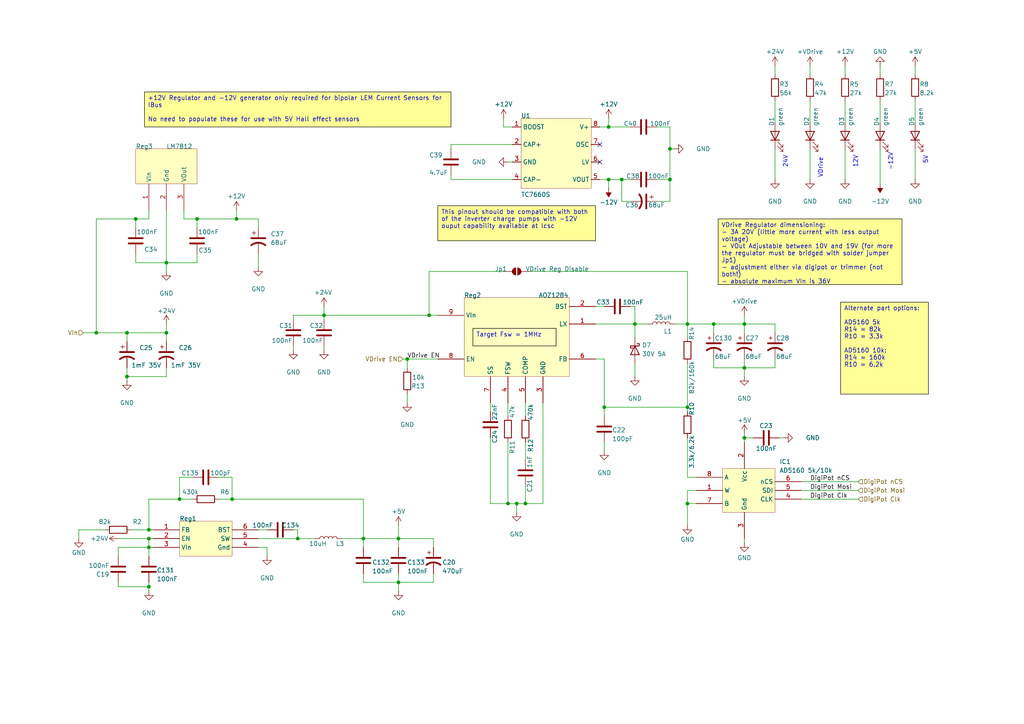
<source format=kicad_sch>
(kicad_sch (version 20231120) (generator "eeschema") (generator_version "8.0")
  (paper "A4")
  (junction (at 39.37 63.5))
  (junction (at 215.9 106.68))
  (junction (at 199.39 146.05))
  (junction (at 57.15 63.5))
  (junction (at 215.9 127))
  (junction (at 147.32 146.05))
  (junction (at 27.94 96.52))
  (junction (at 115.57 156.21))
  (junction (at 48.26 96.52))
  (junction (at 48.26 76.2))
  (junction (at 43.18 156.21))
  (junction (at 194.31 52.07))
  (junction (at 180.34 52.07))
  (junction (at 124.46 91.44))
  (junction (at 105.41 156.21))
  (junction (at 207.01 93.98))
  (junction (at 149.86 146.05))
  (junction (at 152.4 146.05))
  (junction (at 215.9 93.98))
  (junction (at 43.18 170.18))
  (junction (at 199.39 93.98))
  (junction (at 176.53 52.07))
  (junction (at 36.83 96.52))
  (junction (at 68.58 63.5))
  (junction (at 115.57 168.91))
  (junction (at 93.98 91.44))
  (junction (at 199.39 118.11))
  (junction (at 175.26 118.11))
  (junction (at 176.53 36.83))
  (junction (at 36.83 109.22))
  (junction (at 67.31 144.78))
  (junction (at 118.11 104.14))
  (junction (at 43.18 153.67))
  (junction (at 43.18 158.75))
  (junction (at 86.36 156.21))
  (junction (at 194.31 43.18))
  (junction (at 184.15 93.98))
  (junction (at 52.07 144.78))
  (no_connect (at 173.99 41.91))
  (no_connect (at 173.99 46.99))
  (wire (pts (xy 146.05 36.83) (xy 148.59 36.83)))
  (wire (pts (xy 199.39 78.74) (xy 199.39 93.98)))
  (wire (pts (xy 175.26 104.14) (xy 175.26 118.11)))
  (wire (pts (xy 74.93 77.47) (xy 74.93 73.66)))
  (wire (pts (xy 105.41 156.21) (xy 115.57 156.21)))
  (wire (pts (xy 53.34 63.5) (xy 57.15 63.5)))
  (wire (pts (xy 224.79 93.98) (xy 224.79 96.52)))
  (wire (pts (xy 68.58 63.5) (xy 74.93 63.5)))
  (wire (pts (xy 36.83 99.06) (xy 36.83 96.52)))
  (wire (pts (xy 255.27 19.05) (xy 255.27 21.59)))
  (wire (pts (xy 125.73 158.75) (xy 125.73 156.21)))
  (wire (pts (xy 68.58 60.96) (xy 68.58 63.5)))
  (wire (pts (xy 57.15 76.2) (xy 57.15 73.66)))
  (wire (pts (xy 36.83 109.22) (xy 36.83 106.68)))
  (wire (pts (xy 116.84 104.14) (xy 118.11 104.14)))
  (wire (pts (xy 147.32 116.84) (xy 147.32 120.65)))
  (wire (pts (xy 176.53 52.07) (xy 176.53 54.61)))
  (wire (pts (xy 105.41 144.78) (xy 105.41 156.21)))
  (wire (pts (xy 67.31 144.78) (xy 105.41 144.78)))
  (wire (pts (xy 36.83 109.22) (xy 48.26 109.22)))
  (wire (pts (xy 74.93 158.75) (xy 77.47 158.75)))
  (wire (pts (xy 184.15 105.41) (xy 184.15 109.22)))
  (wire (pts (xy 118.11 104.14) (xy 118.11 106.68)))
  (wire (pts (xy 182.88 88.9) (xy 184.15 88.9)))
  (wire (pts (xy 152.4 116.84) (xy 152.4 120.65)))
  (wire (pts (xy 224.79 106.68) (xy 224.79 104.14)))
  (wire (pts (xy 176.53 52.07) (xy 180.34 52.07)))
  (wire (pts (xy 194.31 43.18) (xy 195.58 43.18)))
  (wire (pts (xy 99.06 156.21) (xy 105.41 156.21)))
  (wire (pts (xy 207.01 96.52) (xy 207.01 93.98)))
  (wire (pts (xy 118.11 104.14) (xy 127 104.14)))
  (wire (pts (xy 175.26 130.81) (xy 175.26 128.27)))
  (wire (pts (xy 48.26 96.52) (xy 36.83 96.52)))
  (wire (pts (xy 172.72 104.14) (xy 175.26 104.14)))
  (wire (pts (xy 184.15 93.98) (xy 187.96 93.98)))
  (wire (pts (xy 142.24 146.05) (xy 147.32 146.05)))
  (wire (pts (xy 175.26 118.11) (xy 199.39 118.11)))
  (wire (pts (xy 245.11 19.05) (xy 245.11 21.59)))
  (wire (pts (xy 215.9 106.68) (xy 224.79 106.68)))
  (wire (pts (xy 175.26 88.9) (xy 172.72 88.9)))
  (wire (pts (xy 199.39 105.41) (xy 199.39 118.11)))
  (wire (pts (xy 245.11 29.21) (xy 245.11 35.56)))
  (wire (pts (xy 43.18 158.75) (xy 44.45 158.75)))
  (wire (pts (xy 39.37 63.5) (xy 27.94 63.5)))
  (wire (pts (xy 44.45 153.67) (xy 43.18 153.67)))
  (wire (pts (xy 48.26 60.96) (xy 48.26 76.2)))
  (wire (pts (xy 105.41 168.91) (xy 115.57 168.91)))
  (wire (pts (xy 48.26 99.06) (xy 48.26 96.52)))
  (wire (pts (xy 146.05 34.29) (xy 146.05 36.83)))
  (wire (pts (xy 93.98 92.71) (xy 93.98 91.44)))
  (wire (pts (xy 39.37 76.2) (xy 48.26 76.2)))
  (wire (pts (xy 74.93 153.67) (xy 77.47 153.67)))
  (wire (pts (xy 48.26 76.2) (xy 48.26 78.74)))
  (wire (pts (xy 22.86 156.21) (xy 22.86 153.67)))
  (wire (pts (xy 77.47 158.75) (xy 77.47 161.29)))
  (wire (pts (xy 176.53 36.83) (xy 176.53 34.29)))
  (wire (pts (xy 86.36 153.67) (xy 86.36 156.21)))
  (wire (pts (xy 52.07 138.43) (xy 55.88 138.43)))
  (wire (pts (xy 199.39 146.05) (xy 199.39 142.24)))
  (wire (pts (xy 265.43 29.21) (xy 265.43 35.56)))
  (wire (pts (xy 199.39 93.98) (xy 207.01 93.98)))
  (wire (pts (xy 115.57 168.91) (xy 115.57 166.37)))
  (wire (pts (xy 194.31 58.42) (xy 194.31 52.07)))
  (wire (pts (xy 207.01 93.98) (xy 215.9 93.98)))
  (wire (pts (xy 224.79 29.21) (xy 224.79 35.56)))
  (wire (pts (xy 48.26 93.98) (xy 48.26 96.52)))
  (wire (pts (xy 34.29 168.91) (xy 34.29 170.18)))
  (wire (pts (xy 224.79 43.18) (xy 224.79 52.07)))
  (wire (pts (xy 182.88 58.42) (xy 180.34 58.42)))
  (wire (pts (xy 130.81 43.18) (xy 130.81 41.91)))
  (wire (pts (xy 130.81 52.07) (xy 130.81 50.8)))
  (wire (pts (xy 34.29 170.18) (xy 43.18 170.18)))
  (wire (pts (xy 74.93 156.21) (xy 86.36 156.21)))
  (wire (pts (xy 93.98 88.9) (xy 93.98 91.44)))
  (wire (pts (xy 43.18 63.5) (xy 39.37 63.5)))
  (wire (pts (xy 125.73 168.91) (xy 125.73 166.37)))
  (wire (pts (xy 232.41 139.7) (xy 248.92 139.7)))
  (wire (pts (xy 142.24 119.38) (xy 142.24 116.84)))
  (wire (pts (xy 199.39 146.05) (xy 201.93 146.05)))
  (wire (pts (xy 115.57 156.21) (xy 115.57 158.75)))
  (wire (pts (xy 215.9 93.98) (xy 224.79 93.98)))
  (wire (pts (xy 157.48 146.05) (xy 152.4 146.05)))
  (wire (pts (xy 234.95 29.21) (xy 234.95 35.56)))
  (wire (pts (xy 215.9 109.22) (xy 215.9 106.68)))
  (wire (pts (xy 53.34 60.96) (xy 53.34 63.5)))
  (wire (pts (xy 224.79 19.05) (xy 224.79 21.59)))
  (wire (pts (xy 199.39 93.98) (xy 199.39 97.79)))
  (wire (pts (xy 227.33 127) (xy 226.06 127)))
  (wire (pts (xy 149.86 146.05) (xy 152.4 146.05)))
  (wire (pts (xy 22.86 153.67) (xy 30.48 153.67)))
  (wire (pts (xy 125.73 156.21) (xy 115.57 156.21)))
  (wire (pts (xy 149.86 148.59) (xy 149.86 146.05)))
  (wire (pts (xy 43.18 170.18) (xy 43.18 171.45)))
  (wire (pts (xy 118.11 114.3) (xy 118.11 116.84)))
  (wire (pts (xy 43.18 156.21) (xy 44.45 156.21)))
  (wire (pts (xy 34.29 161.29) (xy 34.29 158.75)))
  (wire (pts (xy 36.83 96.52) (xy 27.94 96.52)))
  (wire (pts (xy 194.31 52.07) (xy 194.31 43.18)))
  (wire (pts (xy 184.15 88.9) (xy 184.15 93.98)))
  (wire (pts (xy 124.46 78.74) (xy 146.05 78.74)))
  (wire (pts (xy 85.09 92.71) (xy 85.09 91.44)))
  (wire (pts (xy 147.32 128.27) (xy 147.32 146.05)))
  (wire (pts (xy 85.09 91.44) (xy 93.98 91.44)))
  (wire (pts (xy 115.57 156.21) (xy 115.57 152.4)))
  (wire (pts (xy 173.99 36.83) (xy 176.53 36.83)))
  (wire (pts (xy 115.57 168.91) (xy 125.73 168.91)))
  (wire (pts (xy 74.93 63.5) (xy 74.93 66.04)))
  (wire (pts (xy 105.41 166.37) (xy 105.41 168.91)))
  (wire (pts (xy 93.98 100.33) (xy 93.98 101.6)))
  (wire (pts (xy 52.07 144.78) (xy 43.18 144.78)))
  (wire (pts (xy 218.44 127) (xy 215.9 127)))
  (wire (pts (xy 248.92 142.24) (xy 232.41 142.24)))
  (wire (pts (xy 232.41 144.78) (xy 248.92 144.78)))
  (wire (pts (xy 39.37 73.66) (xy 39.37 76.2)))
  (wire (pts (xy 199.39 142.24) (xy 201.93 142.24)))
  (wire (pts (xy 52.07 144.78) (xy 55.88 144.78)))
  (wire (pts (xy 142.24 127) (xy 142.24 146.05)))
  (wire (pts (xy 130.81 41.91) (xy 148.59 41.91)))
  (wire (pts (xy 43.18 144.78) (xy 43.18 153.67)))
  (wire (pts (xy 195.58 93.98) (xy 199.39 93.98)))
  (wire (pts (xy 199.39 152.4) (xy 199.39 146.05)))
  (wire (pts (xy 57.15 63.5) (xy 68.58 63.5)))
  (wire (pts (xy 48.26 76.2) (xy 57.15 76.2)))
  (wire (pts (xy 199.39 138.43) (xy 201.93 138.43)))
  (wire (pts (xy 215.9 104.14) (xy 215.9 106.68)))
  (wire (pts (xy 52.07 144.78) (xy 52.07 138.43)))
  (wire (pts (xy 43.18 60.96) (xy 43.18 63.5)))
  (wire (pts (xy 175.26 120.65) (xy 175.26 118.11)))
  (wire (pts (xy 234.95 19.05) (xy 234.95 21.59)))
  (wire (pts (xy 152.4 128.27) (xy 152.4 133.35)))
  (wire (pts (xy 148.59 52.07) (xy 130.81 52.07)))
  (wire (pts (xy 34.29 158.75) (xy 43.18 158.75)))
  (wire (pts (xy 190.5 52.07) (xy 194.31 52.07)))
  (wire (pts (xy 86.36 156.21) (xy 91.44 156.21)))
  (wire (pts (xy 153.67 78.74) (xy 199.39 78.74)))
  (wire (pts (xy 265.43 43.18) (xy 265.43 52.07)))
  (wire (pts (xy 67.31 138.43) (xy 67.31 144.78)))
  (wire (pts (xy 190.5 36.83) (xy 194.31 36.83)))
  (wire (pts (xy 124.46 91.44) (xy 124.46 78.74)))
  (wire (pts (xy 147.32 46.99) (xy 148.59 46.99)))
  (wire (pts (xy 215.9 127) (xy 215.9 128.27)))
  (wire (pts (xy 265.43 19.05) (xy 265.43 21.59)))
  (wire (pts (xy 43.18 158.75) (xy 43.18 161.29)))
  (wire (pts (xy 34.29 156.21) (xy 43.18 156.21)))
  (wire (pts (xy 147.32 146.05) (xy 149.86 146.05)))
  (wire (pts (xy 245.11 43.18) (xy 245.11 52.07)))
  (wire (pts (xy 190.5 58.42) (xy 194.31 58.42)))
  (wire (pts (xy 215.9 157.48) (xy 215.9 156.21)))
  (wire (pts (xy 184.15 97.79) (xy 184.15 93.98)))
  (wire (pts (xy 172.72 93.98) (xy 184.15 93.98)))
  (wire (pts (xy 85.09 153.67) (xy 86.36 153.67)))
  (wire (pts (xy 63.5 138.43) (xy 67.31 138.43)))
  (wire (pts (xy 63.5 144.78) (xy 67.31 144.78)))
  (wire (pts (xy 207.01 106.68) (xy 215.9 106.68)))
  (wire (pts (xy 57.15 63.5) (xy 57.15 66.04)))
  (wire (pts (xy 180.34 58.42) (xy 180.34 52.07)))
  (wire (pts (xy 85.09 100.33) (xy 85.09 101.6)))
  (wire (pts (xy 234.95 43.18) (xy 234.95 52.07)))
  (wire (pts (xy 215.9 93.98) (xy 215.9 91.44)))
  (wire (pts (xy 152.4 146.05) (xy 152.4 140.97)))
  (wire (pts (xy 255.27 29.21) (xy 255.27 35.56)))
  (wire (pts (xy 43.18 168.91) (xy 43.18 170.18)))
  (wire (pts (xy 176.53 36.83) (xy 182.88 36.83)))
  (wire (pts (xy 199.39 127) (xy 199.39 138.43)))
  (wire (pts (xy 39.37 66.04) (xy 39.37 63.5)))
  (wire (pts (xy 180.34 52.07) (xy 182.88 52.07)))
  (wire (pts (xy 207.01 104.14) (xy 207.01 106.68)))
  (wire (pts (xy 215.9 93.98) (xy 215.9 96.52)))
  (wire (pts (xy 38.1 153.67) (xy 43.18 153.67)))
  (wire (pts (xy 215.9 125.73) (xy 215.9 127)))
  (wire (pts (xy 43.18 156.21) (xy 43.18 158.75)))
  (wire (pts (xy 36.83 110.49) (xy 36.83 109.22)))
  (wire (pts (xy 27.94 63.5) (xy 27.94 96.52)))
  (wire (pts (xy 194.31 36.83) (xy 194.31 43.18)))
  (wire (pts (xy 157.48 116.84) (xy 157.48 146.05)))
  (wire (pts (xy 115.57 171.45) (xy 115.57 168.91)))
  (wire (pts (xy 255.27 43.18) (xy 255.27 53.34)))
  (wire (pts (xy 48.26 109.22) (xy 48.26 106.68)))
  (wire (pts (xy 199.39 118.11) (xy 199.39 119.38)))
  (wire (pts (xy 105.41 158.75) (xy 105.41 156.21)))
  (wire (pts (xy 93.98 91.44) (xy 124.46 91.44)))
  (wire (pts (xy 24.13 96.52) (xy 27.94 96.52)))
  (wire (pts (xy 124.46 91.44) (xy 127 91.44)))
  (wire (pts (xy 173.99 52.07) (xy 176.53 52.07)))
  (text_box "Alternate part options: \n\nAD5160 5k \nR14 = 82k \nR10 = 3.3k \n\nAD5160 10k: \nR14 = 160k \nR10 = 6.2k" (at 269.24 87.63 0) (size -25.4 26.67) (stroke (width 0) (color 0 0 0 1)) (fill (type color) (color 255 255 150 1)) (effects (font (size 1.27 1.27)) (justify left top)))
  (text_box "+12V Regulator and -12V generator only required for bipolar LEM Current Sensors for IBus \n\nNo need to populate these for use with 5V Hall effect sensors" (at 130.81 26.67 0) (size -88.9 10.16) (stroke (width 0) (color 0 0 0 1)) (fill (type color) (color 255 255 150 1)) (effects (font (size 1.27 1.27)) (justify left top)))
  (text_box "VDrive Regulator dimensioning: \n- 3A 20V (little more current with less output voltage) \n- VOut Adjustable between 10V and 19V (for more the regulator must be bridged with solder jumper Jp1) \n- adjustment either via digipot or trimmer (not both!) \n- absolute maximum VIn is 36V" (at 261.62 63.5 0) (size -53.34 19.05) (stroke (width 0) (color 0 0 0 1)) (fill (type color) (color 255 255 150 1)) (effects (font (size 1.27 1.27)) (justify left top)))
  (text_box "This pinout should be compatible with both of the inverter charge pumps with -12V ouput capability available at lcsc" (at 172.72 59.69 0) (size -45.72 10.16) (stroke (width 0) (color 0 0 0 1)) (fill (type color) (color 255 255 150 1)) (effects (font (size 1.27 1.27)) (justify left top)))
  (text_box "Target Fsw = 1MHz" (at 161.29 95.25 0) (size -24.13 5.08) (stroke (width 0) (color 0 0 0 1)) (fill (type color) (color 255 255 150 1)) (effects (font (size 1.27 1.27)) (justify left top)))
  (text "5V" (at 269.24 47.619 90) (effects (font (size 1.27 1.27)) (justify left bottom)))
  (text "-12V" (at 259.08 49.53 90) (effects (font (size 1.27 1.27)) (justify left bottom)))
  (text "24V" (at 228.6 48.766 90) (effects (font (size 1.27 1.27)) (justify left bottom)))
  (text "12V" (at 248.92 48.766 90) (effects (font (size 1.27 1.27)) (justify left bottom)))
  (text "VDrive" (at 238.76 51.658 90) (effects (font (size 1.27 1.27)) (justify left bottom)))
  (label "DigiPot Mosi" (at 234.95 142.24 0))
  (label "DigiPot nCS" (at 234.95 139.7 0))
  (label "VDrive EN" (at 118.11 104.14 0))
  (label "DigiPot Clk" (at 234.95 144.78 0))
  (hierarchical_label "VDrive EN" (shape input) (at 116.84 104.14 180))
  (hierarchical_label "DigiPot Mosi" (shape input) (at 248.92 142.24 0))
  (hierarchical_label "DigiPot nCS" (shape input) (at 248.92 139.7 0))
  (hierarchical_label "DigiPot Clk" (shape input) (at 248.92 144.78 0))
  (hierarchical_label "VIn" (shape input) (at 24.13 96.52 180))
  (symbol (lib_id "power:GND") (at 118.11 116.84 0) (unit 1)
    (property "Reference" "#PWR0130" (effects (hide yes)))
    (property "Value" "GND" (at 118.11 123.19 0))
    (property "Description" "Power symbol creates a global label with name \"GND\" , ground" (effects (hide yes)))
  )
  (symbol (lib_id "power:GND") (at 74.93 77.47 0) (unit 1)
    (property "Reference" "#PWR0123" (effects (hide yes)))
    (property "Value" "GND" (at 74.93 83.82 0))
    (property "Description" "Power symbol creates a global label with name \"GND\" , ground" (effects (hide yes)))
  )
  (symbol (lib_id "power:GND") (at 227.33 127 90) (unit 1)
    (property "Reference" "#PWR0146" (effects (hide yes)))
    (property "Value" "GND" (at 233.68 127 90) (effects (justify right)))
    (property "Description" "Power symbol creates a global label with name \"GND\" , ground" (effects (hide yes)))
  )
  (symbol (lib_id "Device:C") (at 39.37 69.85 180) (unit 1)
    (property "Reference" "C34" (at 45.72 71.628 0) (effects (justify left bottom)))
    (property "Value" "100nF" (at 45.72 66.548 0) (effects (justify left bottom)))
    (property "Footprint" "Footprints:0603 SMD Component" (effects (hide yes)))
    (property "Description" "Unpolarized capacitor" (effects (hide yes)))
  )
  (symbol (lib_id "Device:C") (at 222.25 127 270) (unit 1)
    (property "Reference" "C23" (at 220.218 124.206 90) (effects (justify left bottom)))
    (property "Value" "100nF" (at 219.202 130.81 90) (effects (justify left bottom)))
    (property "Footprint" "Footprints:0603 SMD Component" (effects (hide yes)))
    (property "Description" "Unpolarized capacitor" (effects (hide yes)))
  )
  (symbol (lib_id "power:+12V") (at 245.11 19.05 0) (unit 1)
    (property "Reference" "#PWR0149" (effects (hide yes)))
    (property "Value" "+12V" (at 245.11 14.986 0))
  )
  (symbol (lib_id "power:-12V") (at 176.53 54.61 180) (unit 1)
    (property "Reference" "#PWR0136" (effects (hide yes)))
    (property "Value" "-12V" (at 176.53 58.674 0))
  )
  (symbol (lib_id "power:GND") (at 85.09 101.6 0) (unit 1)
    (property "Reference" "#PWR0125" (effects (hide yes)))
    (property "Value" "GND" (at 85.09 107.95 0))
    (property "Description" "Power symbol creates a global label with name \"GND\" , ground" (effects (hide yes)))
  )
  (symbol (lib_id "Device:LED") (at 265.43 39.37 90) (unit 1)
    (property "Reference" "D5" (at 265.176 36.576 0) (effects (justify left bottom)))
    (property "Value" "green" (at 267.716 36.576 0) (effects (justify left bottom)))
    (property "Footprint" "Footprints:LED 1206 Reverse Mount" (effects (hide yes)))
    (property "Description" "Light emitting diode" (effects (hide yes)))
    (property "SUPPLIER 1" "Digi-Key" (effects (hide yes)))
    (property "SUPPLIER 2" "Digi-Key" (effects (hide yes)))
    (property "SUPPLIER 3" "Digi-Key" (effects (hide yes)))
    (property "SUPPLIER 4" "Digi-Key" (effects (hide yes)))
    (property "SUPPLIER PART NUMBER 1" "732-4979-1-ND" (effects (hide yes)))
    (property "SUPPLIER PART NUMBER 2" "732-4971-1-ND" (effects (hide yes)))
    (property "SUPPLIER PART NUMBER 3" "732-4966-1-ND" (effects (hide yes)))
    (property "SUPPLIER PART NUMBER 4" "732-4981-1-ND" (effects (hide yes)))
  )
  (symbol (lib_id "Device:C_Polarized_US") (at 224.79 100.33 0) (unit 1)
    (property "Reference" "C28" (at 225.044 98.806 0) (effects (justify left bottom)))
    (property "Value" "68uF" (at 225.044 104.14 0) (effects (justify left bottom)))
    (property "Footprint" "Capacitor_THT:CP_Radial_D6.3mm_P2.50mm" (effects (hide yes)))
    (property "Description" "Polarized capacitor, US symbol" (effects (hide yes)))
    (property "SUPPLIER 1" "Digi-Key" (effects (hide yes)))
    (property "SUPPLIER PART NUMBER 1" "478-9181-1-ND" (effects (hide yes)))
    (property "SUPPLIER 2" "Digi-Key" (effects (hide yes)))
    (property "SUPPLIER 3" "Digi-Key" (effects (hide yes)))
    (property "SUPPLIER PART NUMBER 2" "478-9173-1-ND" (effects (hide yes)))
    (property "SUPPLIER PART NUMBER 3" "493-11037-ND" (effects (hide yes)))
    (property "SUPPLIER 4" "Digi-Key" (effects (hide yes)))
    (property "SUPPLIER 5" "Digi-Key" (effects (hide yes)))
    (property "SUPPLIER PART NUMBER 4" "PCE3462CT-ND" (effects (hide yes)))
    (property "SUPPLIER PART NUMBER 5" "399-18864-1-ND" (effects (hide yes)))
    (property "SUPPLIER 6" "Digi-Key" (effects (hide yes)))
    (property "SUPPLIER PART NUMBER 6" "399-10512-1-ND" (effects (hide yes)))
    (property "SUPPLIER 7" "Digi-Key" (effects (hide yes)))
    (property "SUPPLIER PART NUMBER 7" "399-15746-ND" (effects (hide yes)))
    (property "SUPPLIER 8" "Digi-Key" (effects (hide yes)))
    (property "SUPPLIER PART NUMBER 8" "1189-3752-1-ND" (effects (hide yes)))
  )
  (symbol (lib_id "Device:R") (at 265.43 25.4 0) (unit 1)
    (property "Reference" "R8" (at 266.7 25.146 0) (effects (justify left bottom)))
    (property "Value" "8.2k" (at 266.7 27.686 0) (effects (justify left bottom)))
    (property "Footprint" "Footprints:0603 SMD Component" (effects (hide yes)))
    (property "Description" "Resistor" (effects (hide yes)))
  )
  (symbol (lib_id "Device:C") (at 85.09 96.52 180) (unit 1)
    (property "Reference" "C31" (at 84.836 93.726 0) (effects (justify left bottom)))
    (property "Value" "100nF" (at 84.836 98.044 0) (effects (justify left bottom)))
    (property "Footprint" "Footprints:0603 SMD Component" (effects (hide yes)))
    (property "Description" "Unpolarized capacitor" (effects (hide yes)))
  )
  (symbol (lib_id "Device:C") (at 93.98 96.52 180) (unit 1)
    (property "Reference" "C32" (at 93.726 93.726 0) (effects (justify left bottom)))
    (property "Value" "100nF" (at 93.726 98.044 0) (effects (justify left bottom)))
    (property "Footprint" "Footprints:0603 SMD Component" (effects (hide yes)))
    (property "Description" "Unpolarized capacitor" (effects (hide yes)))
  )
  (symbol (lib_id "UD3_Symbols:Power Supply_0_AP6320") (at 44.45 153.67 0) (unit 1)
    (property "Reference" "Reg1" (at 52.07 151.13 0) (effects (justify left bottom)))
    (property "Value" "Buck regulator" (effects (hide yes)))
    (property "Footprint" "Footprints:TSOT-26" (effects (hide yes)))
    (property "SUPPLIER 1" "Digi-Key" (effects (hide yes)))
    (property "SUPPLIER PART NUMBER 1" "AP63203WU-7DICT-ND" (effects (hide yes)))
    (property "SUPPLIER 2" "Digi-Key" (effects (hide yes)))
    (property "SUPPLIER PART NUMBER 2" "AP63200WU-7DICT-ND" (effects (hide yes)))
    (property "SUPPLIER 3" "Digi-Key" (effects (hide yes)))
    (property "SUPPLIER PART NUMBER 3" "AP63201WU-7DICT-ND" (effects (hide yes)))
  )
  (symbol (lib_id "UD3_Symbols:Power Supply_0_TC7660S") (at 161.29 44.45 0) (unit 1)
    (property "Reference" "U1" (at 151.13 34.29 0) (effects (justify left bottom)))
    (property "Value" "TC7660S" (at 151.13 57.15 0) (effects (justify left bottom)))
    (property "Footprint" "Package_SO:SOIC-8_3.9x4.9mm_P1.27mm" (effects (hide yes)))
  )
  (symbol (lib_id "Device:C_Polarized_US") (at 215.9 100.33 0) (unit 1)
    (property "Reference" "C27" (at 216.154 98.806 0) (effects (justify left bottom)))
    (property "Value" "68uF" (at 216.154 104.14 0) (effects (justify left bottom)))
    (property "Footprint" "Capacitor_THT:CP_Radial_D6.3mm_P2.50mm" (effects (hide yes)))
    (property "Description" "Polarized capacitor, US symbol" (effects (hide yes)))
    (property "SUPPLIER 1" "Digi-Key" (effects (hide yes)))
    (property "SUPPLIER PART NUMBER 1" "478-9181-1-ND" (effects (hide yes)))
    (property "SUPPLIER 2" "Digi-Key" (effects (hide yes)))
    (property "SUPPLIER 3" "Digi-Key" (effects (hide yes)))
    (property "SUPPLIER PART NUMBER 2" "478-9173-1-ND" (effects (hide yes)))
    (property "SUPPLIER PART NUMBER 3" "493-11037-ND" (effects (hide yes)))
    (property "SUPPLIER 4" "Digi-Key" (effects (hide yes)))
    (property "SUPPLIER 5" "Digi-Key" (effects (hide yes)))
    (property "SUPPLIER PART NUMBER 4" "PCE3462CT-ND" (effects (hide yes)))
    (property "SUPPLIER PART NUMBER 5" "399-18864-1-ND" (effects (hide yes)))
    (property "SUPPLIER 6" "Digi-Key" (effects (hide yes)))
    (property "SUPPLIER PART NUMBER 6" "399-10512-1-ND" (effects (hide yes)))
    (property "SUPPLIER 7" "Digi-Key" (effects (hide yes)))
    (property "SUPPLIER PART NUMBER 7" "399-15746-ND" (effects (hide yes)))
    (property "SUPPLIER 8" "Digi-Key" (effects (hide yes)))
    (property "SUPPLIER PART NUMBER 8" "1189-3752-1-ND" (effects (hide yes)))
  )
  (symbol (lib_id "Device:C") (at 142.24 123.19 180) (unit 1)
    (property "Reference" "C24" (at 142.748 124.714 90) (effects (justify left bottom)))
    (property "Value" "22nF" (at 142.748 117.094 90) (effects (justify left bottom)))
    (property "Footprint" "Footprints:0603 SMD Component" (effects (hide yes)))
    (property "Description" "Unpolarized capacitor" (effects (hide yes)))
  )
  (symbol (lib_id "Device:C") (at 179.07 88.9 270) (unit 1)
    (property "Reference" "C33" (at 172.974 88.392 90) (effects (justify left bottom)))
    (property "Value" "100nF" (at 180.594 88.392 90) (effects (justify left bottom)))
    (property "Footprint" "Footprints:0603 SMD Component" (effects (hide yes)))
    (property "Description" "Unpolarized capacitor" (effects (hide yes)))
  )
  (symbol (lib_id "power:GND") (at 215.9 109.22 0) (unit 1)
    (property "Reference" "#PWR0141" (effects (hide yes)))
    (property "Value" "GND" (at 215.9 115.57 0))
    (property "Description" "Power symbol creates a global label with name \"GND\" , ground" (effects (hide yes)))
  )
  (symbol (lib_id "power:GND") (at 224.79 52.07 0) (unit 1)
    (property "Reference" "#PWR0145" (effects (hide yes)))
    (property "Value" "GND" (at 224.79 58.42 0))
    (property "Description" "Power symbol creates a global label with name \"GND\" , ground" (effects (hide yes)))
  )
  (symbol (lib_id "power:GND") (at 199.39 152.4 0) (unit 1)
    (property "Reference" "#PWR0139" (effects (hide yes)))
    (property "Value" "GND" (at 199.39 156.464 0))
    (property "Description" "Power symbol creates a global label with name \"GND\" , ground" (effects (hide yes)))
  )
  (symbol (lib_id "Device:R") (at 34.29 153.67 90) (unit 1)
    (property "Reference" "R2" (at 41.148 150.622 90) (effects (justify left bottom)))
    (property "Value" "82k" (at 32.258 150.622 90) (effects (justify left bottom)))
    (property "Footprint" "Footprints:0603 SMD Component" (effects (hide yes)))
    (property "Description" "Resistor" (effects (hide yes)))
  )
  (symbol (lib_id "Device:C") (at 81.28 153.67 90) (unit 1)
    (property "Reference" "C134" (at 86.868 151.638 90) (effects (justify left bottom)))
    (property "Value" "100nF" (at 79.248 151.638 90) (effects (justify left bottom)))
    (property "Footprint" "Footprints:0603 SMD Component" (effects (hide yes)))
    (property "Description" "Unpolarized capacitor" (effects (hide yes)))
    (property "SUPPLIER 1" "Digi-Key" (effects (hide yes)))
    (property "SUPPLIER 2" "Digi-Key" (effects (hide yes)))
    (property "SUPPLIER 3" "Digi-Key" (effects (hide yes)))
    (property "SUPPLIER PART NUMBER 1" "1276-2044-1-ND" (effects (hide yes)))
    (property "SUPPLIER PART NUMBER 2" "1276-1018-1-ND" (effects (hide yes)))
    (property "SUPPLIER PART NUMBER 3" "1276-1182-1-ND" (effects (hide yes)))
    (property "SUPPLIER 4" "Digi-Key" (effects (hide yes)))
    (property "SUPPLIER 5" "Digi-Key" (effects (hide yes)))
    (property "SUPPLIER 6" "Digi-Key" (effects (hide yes)))
    (property "SUPPLIER 7" "Digi-Key" (effects (hide yes)))
    (property "SUPPLIER 8" "Digi-Key" (effects (hide yes)))
    (property "SUPPLIER 9" "Digi-Key" (effects (hide yes)))
    (property "SUPPLIER PART NUMBER 4" "1276-1009-1-ND" (effects (hide yes)))
    (property "SUPPLIER PART NUMBER 5" "1276-1098-1-ND" (effects (hide yes)))
    (property "SUPPLIER PART NUMBER 6" "1276-1119-1-ND" (effects (hide yes)))
    (property "SUPPLIER PART NUMBER 7" "490-12737-1-ND" (effects (hide yes)))
    (property "SUPPLIER PART NUMBER 9" "587-1249-1-ND" (effects (hide yes)))
    (property "SUPPLIER PART NUMBER 8" "1276-1183-1-ND" (effects (hide yes)))
    (property "SUPPLIER 10" "Digi-Key" (effects (hide yes)))
    (property "SUPPLIER 11" "Digi-Key" (effects (hide yes)))
    (property "SUPPLIER 12" "Digi-Key" (effects (hide yes)))
    (property "SUPPLIER 13" "Digi-Key" (effects (hide yes)))
    (property "SUPPLIER PART NUMBER 10" "1276-CL10B104KB8NNNLCT-ND" (effects (hide yes)))
    (property "SUPPLIER PART NUMBER 11" "399-1085-1-ND" (effects (hide yes)))
    (property "SUPPLIER PART NUMBER 13" "587-2985-1-ND" (effects (hide yes)))
    (property "SUPPLIER PART NUMBER 12" "1276-1021-1-ND" (effects (hide yes)))
    (property "SUPPLIER 14" "Digi-Key" (effects (hide yes)))
    (property "SUPPLIER 15" "Digi-Key" (effects (hide yes)))
    (property "SUPPLIER 16" "Digi-Key" (effects (hide yes)))
    (property "SUPPLIER 17" "Digi-Key" (effects (hide yes)))
    (property "SUPPLIER 18" "Digi-Key" (effects (hide yes)))
    (property "SUPPLIER 19" "Digi-Key" (effects (hide yes)))
    (property "SUPPLIER PART NUMBER 14" "490-14603-1-ND" (effects (hide yes)))
    (property "SUPPLIER PART NUMBER 15" "311-3700-1-ND" (effects (hide yes)))
    (property "SUPPLIER PART NUMBER 16" "311-1042-1-ND" (effects (hide yes)))
    (property "SUPPLIER PART NUMBER 17" "311-1415-1-ND" (effects (hide yes)))
    (property "SUPPLIER PART NUMBER 19" "587-4321-1-ND" (effects (hide yes)))
    (property "SUPPLIER PART NUMBER 18" "1276-1907-1-ND" (effects (hide yes)))
    (property "SUPPLIER 20" "Digi-Key" (effects (hide yes)))
    (property "SUPPLIER 21" "Digi-Key" (effects (hide yes)))
    (property "SUPPLIER 22" "Digi-Key" (effects (hide yes)))
    (property "SUPPLIER PART NUMBER 20" "1276-6767-1-ND" (effects (hide yes)))
    (property "SUPPLIER PART NUMBER 21" "1276-7060-1-ND" (effects (hide yes)))
    (property "SUPPLIER PART NUMBER 22" "311-1084-1-ND" (effects (hide yes)))
  )
  (symbol (lib_id "power:GND") (at 77.47 161.29 0) (unit 1)
    (property "Reference" "#PWR0124" (effects (hide yes)))
    (property "Value" "GND" (at 77.47 167.64 0))
    (property "Description" "Power symbol creates a global label with name \"GND\" , ground" (effects (hide yes)))
  )
  (symbol (lib_id "Device:R") (at 147.32 124.46 180) (unit 1)
    (property "Reference" "R11" (at 147.828 127.762 90) (effects (justify left bottom)))
    (property "Value" "47k" (at 147.828 117.602 90) (effects (justify left bottom)))
    (property "Footprint" "Footprints:0603 SMD Component" (effects (hide yes)))
    (property "Description" "Resistor" (effects (hide yes)))
  )
  (symbol (lib_id "Device:LED") (at 234.95 39.37 90) (unit 1)
    (property "Reference" "D2" (at 234.696 36.576 0) (effects (justify left bottom)))
    (property "Value" "green" (at 237.236 36.576 0) (effects (justify left bottom)))
    (property "Footprint" "Footprints:LED 1206 Reverse Mount" (effects (hide yes)))
    (property "Description" "Light emitting diode" (effects (hide yes)))
    (property "SUPPLIER 1" "Digi-Key" (effects (hide yes)))
    (property "SUPPLIER 2" "Digi-Key" (effects (hide yes)))
    (property "SUPPLIER 3" "Digi-Key" (effects (hide yes)))
    (property "SUPPLIER 4" "Digi-Key" (effects (hide yes)))
    (property "SUPPLIER PART NUMBER 1" "732-4979-1-ND" (effects (hide yes)))
    (property "SUPPLIER PART NUMBER 2" "732-4971-1-ND" (effects (hide yes)))
    (property "SUPPLIER PART NUMBER 3" "732-4966-1-ND" (effects (hide yes)))
    (property "SUPPLIER PART NUMBER 4" "732-4981-1-ND" (effects (hide yes)))
  )
  (symbol (lib_id "power:GND") (at 48.26 78.74 0) (unit 1)
    (property "Reference" "#PWR0120" (effects (hide yes)))
    (property "Value" "GND" (at 48.26 85.09 0))
    (property "Description" "Power symbol creates a global label with name \"GND\" , ground" (effects (hide yes)))
  )
  (symbol (lib_id "power:GND") (at 265.43 52.07 0) (unit 1)
    (property "Reference" "#PWR0154" (effects (hide yes)))
    (property "Value" "GND" (at 265.43 58.42 0))
    (property "Description" "Power symbol creates a global label with name \"GND\" , ground" (effects (hide yes)))
  )
  (symbol (lib_id "UD3_Symbols:Power Supply_0_AOZ1284") (at 134.62 101.6 0) (unit 1)
    (property "Reference" "Reg2" (at 134.62 86.36 0) (effects (justify left bottom)))
    (property "Value" "AOZ1284" (at 156.21 86.36 0) (effects (justify left bottom)))
    (property "Footprint" "Package_SO:SOIC-8-1EP_3.9x4.9mm_P1.27mm_EP2.41x3.3mm" (effects (hide yes)))
    (property "Description" "Buck Regulator, Internal Switch 4A" (effects (hide yes)))
  )
  (symbol (lib_id "Device:C") (at 186.69 36.83 270) (unit 1)
    (property "Reference" "C40" (at 180.848 36.576 90) (effects (justify left bottom)))
    (property "Value" "100nF" (at 188.468 36.576 90) (effects (justify left bottom)))
    (property "Footprint" "Footprints:0603 SMD Component" (effects (hide yes)))
    (property "Description" "Unpolarized capacitor" (effects (hide yes)))
  )
  (symbol (lib_id "power:GND") (at 43.18 171.45 0) (unit 1)
    (property "Reference" "#PWR0119" (effects (hide yes)))
    (property "Value" "GND" (at 43.18 177.8 0))
    (property "Description" "Power symbol creates a global label with name \"GND\" , ground" (effects (hide yes)))
  )
  (symbol (lib_id "Device:C") (at 186.69 52.07 270) (unit 1)
    (property "Reference" "C38" (at 181.61 51.816 90) (effects (justify left bottom)))
    (property "Value" "100nF" (at 187.96 51.816 90) (effects (justify left bottom)))
    (property "Footprint" "Footprints:0603 SMD Component" (effects (hide yes)))
    (property "Description" "Unpolarized capacitor" (effects (hide yes)))
  )
  (symbol (lib_id "Device:R") (at 199.39 123.19 180) (unit 1)
    (property "Reference" "R10" (at 199.898 116.586 90) (effects (justify left bottom)))
    (property "Value" "3.3k/6.2k" (at 199.898 126.238 90) (effects (justify left bottom)))
    (property "Footprint" "Footprints:0603 SMD Component" (effects (hide yes)))
    (property "Description" "Resistor" (effects (hide yes)))
  )
  (symbol (lib_id "power:GND") (at 36.83 110.49 0) (unit 1)
    (property "Reference" "#PWR0118" (effects (hide yes)))
    (property "Value" "GND" (at 36.83 116.84 0))
    (property "Description" "Power symbol creates a global label with name \"GND\" , ground" (effects (hide yes)))
  )
  (symbol (lib_id "power:GND") (at 149.86 148.59 0) (unit 1)
    (property "Reference" "#PWR0133" (effects (hide yes)))
    (property "Value" "GND" (at 149.86 154.94 0))
    (property "Description" "Power symbol creates a global label with name \"GND\" , ground" (effects (hide yes)))
  )
  (symbol (lib_id "Device:R") (at 199.39 101.6 180) (unit 1)
    (property "Reference" "R14" (at 199.898 94.742 90) (effects (justify left bottom)))
    (property "Value" "82k/160k" (at 199.898 104.648 90) (effects (justify left bottom)))
    (property "Footprint" "Footprints:0603 SMD Component" (effects (hide yes)))
    (property "Description" "Resistor" (effects (hide yes)))
  )
  (symbol (lib_id "power:GND") (at 215.9 157.48 0) (unit 1)
    (property "Reference" "#PWR0143" (effects (hide yes)))
    (property "Value" "GND" (at 215.9 161.798 0))
    (property "Description" "Power symbol creates a global label with name \"GND\" , ground" (effects (hide yes)))
  )
  (symbol (lib_id "Device:R") (at 59.69 144.78 90) (unit 1)
    (property "Reference" "R6" (at 66.548 141.986 90) (effects (justify left bottom)))
    (property "Value" "430k" (at 57.658 141.986 90) (effects (justify left bottom)))
    (property "Footprint" "Footprints:0603 SMD Component" (effects (hide yes)))
    (property "Description" "Resistor" (effects (hide yes)))
  )
  (symbol (lib_id "Jumper:SolderJumper_2_Open") (at 149.86 78.74 0) (unit 1) (exclude_from_sim yes) (in_bom no)
    (property "Reference" "Jp1" (at 143.51 78.74 0) (effects (justify left bottom)))
    (property "Value" "VDrive Reg Disable" (at 152.4 78.74 0) (effects (justify left bottom)))
    (property "Footprint" "Footprints:PCB Jumper NO" (effects (hide yes)))
    (property "Description" "Solder Jumper, 2-pole, open" (effects (hide yes)))
  )
  (symbol (lib_id "Device:R") (at 234.95 25.4 0) (unit 1)
    (property "Reference" "R4" (at 236.22 25.146 0) (effects (justify left bottom)))
    (property "Value" "47k" (at 236.22 27.686 0) (effects (justify left bottom)))
    (property "Footprint" "Footprints:0603 SMD Component" (effects (hide yes)))
    (property "Description" "Resistor" (effects (hide yes)))
  )
  (symbol (lib_id "Device:C") (at 59.69 138.43 270) (unit 1)
    (property "Reference" "C135" (at 52.578 137.922 90) (effects (justify left bottom)))
    (property "Value" "100pF" (at 60.96 137.922 90) (effects (justify left bottom)))
    (property "Footprint" "Footprints:0603 SMD Component" (effects (hide yes)))
    (property "Description" "Unpolarized capacitor" (effects (hide yes)))
    (property "SUPPLIER 1" "Digi-Key" (effects (hide yes)))
    (property "SUPPLIER 2" "Digi-Key" (effects (hide yes)))
    (property "SUPPLIER 3" "Digi-Key" (effects (hide yes)))
    (property "SUPPLIER PART NUMBER 1" "1276-2044-1-ND" (effects (hide yes)))
    (property "SUPPLIER PART NUMBER 2" "1276-1018-1-ND" (effects (hide yes)))
    (property "SUPPLIER PART NUMBER 3" "1276-1182-1-ND" (effects (hide yes)))
    (property "SUPPLIER 4" "Digi-Key" (effects (hide yes)))
    (property "SUPPLIER 5" "Digi-Key" (effects (hide yes)))
    (property "SUPPLIER 6" "Digi-Key" (effects (hide yes)))
    (property "SUPPLIER 7" "Digi-Key" (effects (hide yes)))
    (property "SUPPLIER 8" "Digi-Key" (effects (hide yes)))
    (property "SUPPLIER 9" "Digi-Key" (effects (hide yes)))
    (property "SUPPLIER PART NUMBER 4" "1276-1009-1-ND" (effects (hide yes)))
    (property "SUPPLIER PART NUMBER 5" "1276-1098-1-ND" (effects (hide yes)))
    (property "SUPPLIER PART NUMBER 6" "1276-1119-1-ND" (effects (hide yes)))
    (property "SUPPLIER PART NUMBER 7" "490-12737-1-ND" (effects (hide yes)))
    (property "SUPPLIER PART NUMBER 9" "587-1249-1-ND" (effects (hide yes)))
    (property "SUPPLIER PART NUMBER 8" "1276-1183-1-ND" (effects (hide yes)))
    (property "SUPPLIER 10" "Digi-Key" (effects (hide yes)))
    (property "SUPPLIER 11" "Digi-Key" (effects (hide yes)))
    (property "SUPPLIER 12" "Digi-Key" (effects (hide yes)))
    (property "SUPPLIER 13" "Digi-Key" (effects (hide yes)))
    (property "SUPPLIER PART NUMBER 10" "1276-CL10B104KB8NNNLCT-ND" (effects (hide yes)))
    (property "SUPPLIER PART NUMBER 11" "399-1085-1-ND" (effects (hide yes)))
    (property "SUPPLIER PART NUMBER 13" "587-2985-1-ND" (effects (hide yes)))
    (property "SUPPLIER PART NUMBER 12" "1276-1021-1-ND" (effects (hide yes)))
    (property "SUPPLIER 14" "Digi-Key" (effects (hide yes)))
    (property "SUPPLIER 15" "Digi-Key" (effects (hide yes)))
    (property "SUPPLIER 16" "Digi-Key" (effects (hide yes)))
    (property "SUPPLIER 17" "Digi-Key" (effects (hide yes)))
    (property "SUPPLIER 18" "Digi-Key" (effects (hide yes)))
    (property "SUPPLIER 19" "Digi-Key" (effects (hide yes)))
    (property "SUPPLIER PART NUMBER 14" "490-14603-1-ND" (effects (hide yes)))
    (property "SUPPLIER PART NUMBER 15" "311-3700-1-ND" (effects (hide yes)))
    (property "SUPPLIER PART NUMBER 16" "311-1042-1-ND" (effects (hide yes)))
    (property "SUPPLIER PART NUMBER 17" "311-1415-1-ND" (effects (hide yes)))
    (property "SUPPLIER PART NUMBER 19" "587-4321-1-ND" (effects (hide yes)))
    (property "SUPPLIER PART NUMBER 18" "1276-1907-1-ND" (effects (hide yes)))
    (property "SUPPLIER 20" "Digi-Key" (effects (hide yes)))
    (property "SUPPLIER 21" "Digi-Key" (effects (hide yes)))
    (property "SUPPLIER 22" "Digi-Key" (effects (hide yes)))
    (property "SUPPLIER PART NUMBER 20" "1276-6767-1-ND" (effects (hide yes)))
    (property "SUPPLIER PART NUMBER 21" "1276-7060-1-ND" (effects (hide yes)))
    (property "SUPPLIER PART NUMBER 22" "311-1084-1-ND" (effects (hide yes)))
  )
  (symbol (lib_id "Device:R") (at 118.11 110.49 180) (unit 1)
    (property "Reference" "R13" (at 123.19 111.252 0) (effects (justify left bottom)))
    (property "Value" "10k" (at 123.19 108.712 0) (effects (justify left bottom)))
    (property "Footprint" "Footprints:0603 SMD Component" (effects (hide yes)))
    (property "Description" "Resistor" (effects (hide yes)))
  )
  (symbol (lib_id "Device:C") (at 57.15 69.85 180) (unit 1)
    (property "Reference" "C35" (at 61.468 71.882 0) (effects (justify left bottom)))
    (property "Value" "100nF" (at 63.5 66.548 0) (effects (justify left bottom)))
    (property "Footprint" "Footprints:0603 SMD Component" (effects (hide yes)))
    (property "Description" "Unpolarized capacitor" (effects (hide yes)))
  )
  (symbol (lib_id "power:+12V") (at 68.58 60.96 0) (unit 1)
    (property "Reference" "#PWR0122" (effects (hide yes)))
    (property "Value" "+12V" (at 68.58 56.896 0))
  )
  (symbol (lib_id "Device:C") (at 34.29 165.1 180) (unit 1)
    (property "Reference" "C19" (at 31.75 165.862 0) (effects (justify left bottom)))
    (property "Value" "100nF" (at 31.75 163.322 0) (effects (justify left bottom)))
    (property "Footprint" "Footprints:0603 SMD Component" (effects (hide yes)))
    (property "Description" "Unpolarized capacitor" (effects (hide yes)))
    (property "SUPPLIER 1" "Digi-Key" (effects (hide yes)))
    (property "SUPPLIER 2" "Digi-Key" (effects (hide yes)))
    (property "SUPPLIER 3" "Digi-Key" (effects (hide yes)))
    (property "SUPPLIER PART NUMBER 1" "1276-2044-1-ND" (effects (hide yes)))
    (property "SUPPLIER PART NUMBER 2" "1276-1018-1-ND" (effects (hide yes)))
    (property "SUPPLIER PART NUMBER 3" "1276-1182-1-ND" (effects (hide yes)))
    (property "SUPPLIER 4" "Digi-Key" (effects (hide yes)))
    (property "SUPPLIER 5" "Digi-Key" (effects (hide yes)))
    (property "SUPPLIER 6" "Digi-Key" (effects (hide yes)))
    (property "SUPPLIER 7" "Digi-Key" (effects (hide yes)))
    (property "SUPPLIER 8" "Digi-Key" (effects (hide yes)))
    (property "SUPPLIER 9" "Digi-Key" (effects (hide yes)))
    (property "SUPPLIER PART NUMBER 4" "1276-1009-1-ND" (effects (hide yes)))
    (property "SUPPLIER PART NUMBER 5" "1276-1098-1-ND" (effects (hide yes)))
    (property "SUPPLIER PART NUMBER 6" "1276-1119-1-ND" (effects (hide yes)))
    (property "SUPPLIER PART NUMBER 7" "490-12737-1-ND" (effects (hide yes)))
    (property "SUPPLIER PART NUMBER 9" "587-1249-1-ND" (effects (hide yes)))
    (property "SUPPLIER PART NUMBER 8" "1276-1183-1-ND" (effects (hide yes)))
    (property "SUPPLIER 10" "Digi-Key" (effects (hide yes)))
    (property "SUPPLIER 11" "Digi-Key" (effects (hide yes)))
    (property "SUPPLIER 12" "Digi-Key" (effects (hide yes)))
    (property "SUPPLIER 13" "Digi-Key" (effects (hide yes)))
    (property "SUPPLIER PART NUMBER 10" "1276-CL10B104KB8NNNLCT-ND" (effects (hide yes)))
    (property "SUPPLIER PART NUMBER 11" "399-1085-1-ND" (effects (hide yes)))
    (property "SUPPLIER PART NUMBER 13" "587-2985-1-ND" (effects (hide yes)))
    (property "SUPPLIER PART NUMBER 12" "1276-1021-1-ND" (effects (hide yes)))
    (property "SUPPLIER 14" "Digi-Key" (effects (hide yes)))
    (property "SUPPLIER 15" "Digi-Key" (effects (hide yes)))
    (property "SUPPLIER 16" "Digi-Key" (effects (hide yes)))
    (property "SUPPLIER 17" "Digi-Key" (effects (hide yes)))
    (property "SUPPLIER 18" "Digi-Key" (effects (hide yes)))
    (property "SUPPLIER 19" "Digi-Key" (effects (hide yes)))
    (property "SUPPLIER PART NUMBER 14" "490-14603-1-ND" (effects (hide yes)))
    (property "SUPPLIER PART NUMBER 15" "311-3700-1-ND" (effects (hide yes)))
    (property "SUPPLIER PART NUMBER 16" "311-1042-1-ND" (effects (hide yes)))
    (property "SUPPLIER PART NUMBER 17" "311-1415-1-ND" (effects (hide yes)))
    (property "SUPPLIER PART NUMBER 19" "587-4321-1-ND" (effects (hide yes)))
    (property "SUPPLIER PART NUMBER 18" "1276-1907-1-ND" (effects (hide yes)))
    (property "SUPPLIER 20" "Digi-Key" (effects (hide yes)))
    (property "SUPPLIER 21" "Digi-Key" (effects (hide yes)))
    (property "SUPPLIER 22" "Digi-Key" (effects (hide yes)))
    (property "SUPPLIER PART NUMBER 20" "1276-6767-1-ND" (effects (hide yes)))
    (property "SUPPLIER PART NUMBER 21" "1276-7060-1-ND" (effects (hide yes)))
    (property "SUPPLIER PART NUMBER 22" "311-1084-1-ND" (effects (hide yes)))
  )
  (symbol (lib_id "power:GND") (at 234.95 52.07 0) (unit 1)
    (property "Reference" "#PWR0148" (effects (hide yes)))
    (property "Value" "GND" (at 234.95 58.42 0))
    (property "Description" "Power symbol creates a global label with name \"GND\" , ground" (effects (hide yes)))
  )
  (symbol (lib_id "Device:LED") (at 245.11 39.37 90) (unit 1)
    (property "Reference" "D3" (at 244.856 36.576 0) (effects (justify left bottom)))
    (property "Value" "green" (at 247.396 36.576 0) (effects (justify left bottom)))
    (property "Footprint" "Footprints:LED 1206 Reverse Mount" (effects (hide yes)))
    (property "Description" "Light emitting diode" (effects (hide yes)))
    (property "SUPPLIER 1" "Digi-Key" (effects (hide yes)))
    (property "SUPPLIER 2" "Digi-Key" (effects (hide yes)))
    (property "SUPPLIER 3" "Digi-Key" (effects (hide yes)))
    (property "SUPPLIER 4" "Digi-Key" (effects (hide yes)))
    (property "SUPPLIER PART NUMBER 1" "732-4979-1-ND" (effects (hide yes)))
    (property "SUPPLIER PART NUMBER 2" "732-4971-1-ND" (effects (hide yes)))
    (property "SUPPLIER PART NUMBER 3" "732-4966-1-ND" (effects (hide yes)))
    (property "SUPPLIER PART NUMBER 4" "732-4981-1-ND" (effects (hide yes)))
  )
  (symbol (lib_id "power:+24V") (at 93.98 88.9 0) (unit 1)
    (property "Reference" "#PWR0126" (effects (hide yes)))
    (property "Value" "+24V" (at 93.726 84.836 0))
    (property "Description" "Power symbol creates a global label with name \"+24V\"" (effects (hide yes)))
  )
  (symbol (lib_id "power:GND") (at 115.57 171.45 0) (unit 1)
    (property "Reference" "#PWR0129" (effects (hide yes)))
    (property "Value" "GND" (at 115.57 177.8 0))
    (property "Description" "Power symbol creates a global label with name \"GND\" , ground" (effects (hide yes)))
  )
  (symbol (lib_id "Device:R") (at 245.11 25.4 0) (unit 1)
    (property "Reference" "R5" (at 246.38 25.146 0) (effects (justify left bottom)))
    (property "Value" "27k" (at 246.38 27.686 0) (effects (justify left bottom)))
    (property "Footprint" "Footprints:0603 SMD Component" (effects (hide yes)))
    (property "Description" "Resistor" (effects (hide yes)))
  )
  (symbol (lib_id "power:+5V") (at 215.9 125.73 0) (unit 1)
    (property "Reference" "#PWR0142" (effects (hide yes)))
    (property "Value" "+5V" (at 215.9 121.92 0))
  )
  (symbol (lib_id "power:GND") (at 255.27 19.05 180) (unit 1)
    (property "Reference" "#PWR0151" (effects (hide yes)))
    (property "Value" "GND" (at 255.27 14.986 0))
    (property "Description" "Power symbol creates a global label with name \"GND\" , ground" (effects (hide yes)))
  )
  (symbol (lib_id "Device:L") (at 191.77 93.98 90) (unit 1)
    (property "Reference" "L1" (at 194.945 95.377 90) (effects (justify left bottom)))
    (property "Value" "25uH" (at 194.945 91.313 90) (effects (justify left bottom)))
    (property "Footprint" "Footprints:Inductor 11x11mm" (effects (hide yes)))
    (property "Description" "Inductor" (effects (hide yes)))
    (property "SUPPLIER 1" "Digi-Key" (effects (hide yes)))
    (property "SUPPLIER PART NUMBER 1" "541-1253-1-ND" (effects (hide yes)))
    (property "SUPPLIER 2" "Digi-Key" (effects (hide yes)))
    (property "SUPPLIER PART NUMBER 2" "SRP1265A-1R0MCT-ND" (effects (hide yes)))
    (property "SUPPLIER 3" "Digi-Key" (effects (hide yes)))
    (property "SUPPLIER PART NUMBER 3" "732-4237-1-ND" (effects (hide yes)))
  )
  (symbol (lib_id "power:GND") (at 147.32 46.99 270) (unit 1)
    (property "Reference" "#PWR0132" (effects (hide yes)))
    (property "Value" "GND" (at 140.97 46.99 90) (effects (justify right)))
    (property "Description" "Power symbol creates a global label with name \"GND\" , ground" (effects (hide yes)))
  )
  (symbol (lib_id "power:Vdrive") (at 234.95 19.05 0) (unit 1)
    (property "Reference" "#PWR0147" (effects (hide yes)))
    (property "Value" "+VDrive" (at 234.95 14.986 0))
  )
  (symbol (lib_id "power:+5V") (at 115.57 152.4 0) (unit 1)
    (property "Reference" "#PWR0128" (effects (hide yes)))
    (property "Value" "+5V" (at 115.57 148.336 0))
  )
  (symbol (lib_id "power:GND") (at 175.26 130.81 0) (unit 1)
    (property "Reference" "#PWR0134" (effects (hide yes)))
    (property "Value" "GND" (at 175.26 137.16 0))
    (property "Description" "Power symbol creates a global label with name \"GND\" , ground" (effects (hide yes)))
  )
  (symbol (lib_id "Device:L") (at 95.25 156.21 90) (unit 1)
    (property "Reference" "L3" (at 99.822 156.972 90) (effects (justify left bottom)))
    (property "Value" "10uH" (at 94.742 156.972 90) (effects (justify left bottom)))
    (property "Footprint" "Footprints:1008 SMD Component" (effects (hide yes)))
    (property "Description" "Inductor" (effects (hide yes)))
    (property "SUPPLIER 1" "Digi-Key" (effects (hide yes)))
    (property "SUPPLIER 2" "Digi-Key" (effects (hide yes)))
    (property "SUPPLIER PART NUMBER 1" "541-1250-1-ND" (effects (hide yes)))
    (property "SUPPLIER PART NUMBER 2" "541-1253-1-ND" (effects (hide yes)))
    (property "SUPPLIER 3" "Digi-Key" (effects (hide yes)))
    (property "SUPPLIER 4" "Digi-Key" (effects (hide yes)))
    (property "SUPPLIER PART NUMBER 3" "SRN6028-3R9MCT-ND" (effects (hide yes)))
    (property "SUPPLIER PART NUMBER 4" "SRN6028-4R7MCT-ND" (effects (hide yes)))
    (property "SUPPLIER 5" "Digi-Key" (effects (hide yes)))
    (property "SUPPLIER 6" "Digi-Key" (effects (hide yes)))
    (property "SUPPLIER 7" "Digi-Key" (effects (hide yes)))
    (property "SUPPLIER 8" "Digi-Key" (effects (hide yes)))
    (property "SUPPLIER 9" "Digi-Key" (effects (hide yes)))
    (property "SUPPLIER 10" "Digi-Key" (effects (hide yes)))
    (property "SUPPLIER 11" "Digi-Key" (effects (hide yes)))
    (property "SUPPLIER PART NUMBER 5" "490-10563-1-ND" (effects (hide yes)))
    (property "SUPPLIER PART NUMBER 6" "1276-6932-1-ND" (effects (hide yes)))
    (property "SUPPLIER PART NUMBER 7" "587-2042-1-ND" (effects (hide yes)))
    (property "SUPPLIER PART NUMBER 8" "535-12790-1-ND" (effects (hide yes)))
    (property "SUPPLIER PART NUMBER 9" "SRP1265A-1R0MCT-ND" (effects (hide yes)))
    (property "SUPPLIER PART NUMBER 10" "SRP1770TA-5R6MCT-ND" (effects (hide yes)))
    (property "SUPPLIER PART NUMBER 11" "SRN6028-100MCT-ND" (effects (hide yes)))
  )
  (symbol (lib_id "power:Vdrive") (at 215.9 91.44 0) (unit 1)
    (property "Reference" "#PWR0140" (effects (hide yes)))
    (property "Value" "+VDrive" (at 215.9 87.376 0))
  )
  (symbol (lib_id "Device:C") (at 175.26 124.46 0) (unit 1)
    (property "Reference" "C22" (at 177.546 125.476 0) (effects (justify left bottom)))
    (property "Value" "100pF" (at 177.546 128.016 0) (effects (justify left bottom)))
    (property "Footprint" "Footprints:0603 SMD Component" (effects (hide yes)))
    (property "Description" "Unpolarized capacitor" (effects (hide yes)))
  )
  (symbol (lib_id "Device:LED") (at 255.27 39.37 90) (unit 1)
    (property "Reference" "D4" (at 255.016 36.576 0) (effects (justify left bottom)))
    (property "Value" "green" (at 257.556 36.576 0) (effects (justify left bottom)))
    (property "Footprint" "Footprints:LED 1206 Reverse Mount" (effects (hide yes)))
    (property "Description" "Light emitting diode" (effects (hide yes)))
    (property "SUPPLIER 1" "Digi-Key" (effects (hide yes)))
    (property "SUPPLIER 2" "Digi-Key" (effects (hide yes)))
    (property "SUPPLIER 3" "Digi-Key" (effects (hide yes)))
    (property "SUPPLIER 4" "Digi-Key" (effects (hide yes)))
    (property "SUPPLIER PART NUMBER 1" "732-4979-1-ND" (effects (hide yes)))
    (property "SUPPLIER PART NUMBER 2" "732-4971-1-ND" (effects (hide yes)))
    (property "SUPPLIER PART NUMBER 3" "732-4966-1-ND" (effects (hide yes)))
    (property "SUPPLIER PART NUMBER 4" "732-4981-1-ND" (effects (hide yes)))
  )
  (symbol (lib_id "power:+12V") (at 146.05 34.29 0) (unit 1)
    (property "Reference" "#PWR0131" (effects (hide yes)))
    (property "Value" "+12V" (at 146.05 30.226 0))
  )
  (symbol (lib_id "Device:C_Polarized_US") (at 186.69 58.42 270) (unit 1)
    (property "Reference" "C36" (at 181.356 60.198 90) (effects (justify left bottom)))
    (property "Value" "68uF" (at 187.96 60.198 90) (effects (justify left bottom)))
    (property "Footprint" "Capacitor_THT:CP_Radial_D6.3mm_P2.50mm" (effects (hide yes)))
    (property "Description" "Polarized capacitor, US symbol" (effects (hide yes)))
    (property "SUPPLIER 1" "Digi-Key" (effects (hide yes)))
    (property "SUPPLIER PART NUMBER 1" "478-9181-1-ND" (effects (hide yes)))
    (property "SUPPLIER 2" "Digi-Key" (effects (hide yes)))
    (property "SUPPLIER 3" "Digi-Key" (effects (hide yes)))
    (property "SUPPLIER PART NUMBER 2" "478-9173-1-ND" (effects (hide yes)))
    (property "SUPPLIER PART NUMBER 3" "493-11037-ND" (effects (hide yes)))
    (property "SUPPLIER 4" "Digi-Key" (effects (hide yes)))
    (property "SUPPLIER 5" "Digi-Key" (effects (hide yes)))
    (property "SUPPLIER PART NUMBER 4" "PCE3462CT-ND" (effects (hide yes)))
    (property "SUPPLIER PART NUMBER 5" "399-18864-1-ND" (effects (hide yes)))
    (property "SUPPLIER 6" "Digi-Key" (effects (hide yes)))
    (property "SUPPLIER PART NUMBER 6" "399-10512-1-ND" (effects (hide yes)))
    (property "SUPPLIER 7" "Digi-Key" (effects (hide yes)))
    (property "SUPPLIER PART NUMBER 7" "399-15746-ND" (effects (hide yes)))
    (property "SUPPLIER 8" "Digi-Key" (effects (hide yes)))
    (property "SUPPLIER PART NUMBER 8" "1189-3752-1-ND" (effects (hide yes)))
  )
  (symbol (lib_id "Device:C_Polarized_US") (at 36.83 102.87 0) (unit 1)
    (property "Reference" "C25" (at 40.386 101.6 0) (effects (justify left bottom)))
    (property "Value" "1mF 35V" (at 38.1 106.68 0) (effects (justify left bottom)))
    (property "Footprint" "Capacitor_THT:CP_Radial_D13.0mm_P5.00mm" (effects (hide yes)))
    (property "Description" "Polarized capacitor, US symbol" (effects (hide yes)))
    (property "SUPPLIER 1" "Digi-Key" (effects (hide yes)))
    (property "SUPPLIER PART NUMBER 1" "478-9181-1-ND" (effects (hide yes)))
    (property "SUPPLIER 2" "Digi-Key" (effects (hide yes)))
    (property "SUPPLIER 3" "Digi-Key" (effects (hide yes)))
    (property "SUPPLIER PART NUMBER 2" "478-9173-1-ND" (effects (hide yes)))
    (property "SUPPLIER PART NUMBER 3" "493-11037-ND" (effects (hide yes)))
    (property "SUPPLIER 4" "Digi-Key" (effects (hide yes)))
    (property "SUPPLIER 5" "Digi-Key" (effects (hide yes)))
    (property "SUPPLIER PART NUMBER 4" "PCE3462CT-ND" (effects (hide yes)))
    (property "SUPPLIER PART NUMBER 5" "399-18864-1-ND" (effects (hide yes)))
    (property "SUPPLIER 6" "Digi-Key" (effects (hide yes)))
    (property "SUPPLIER PART NUMBER 6" "399-10512-1-ND" (effects (hide yes)))
    (property "SUPPLIER 7" "Digi-Key" (effects (hide yes)))
    (property "SUPPLIER PART NUMBER 7" "399-15746-ND" (effects (hide yes)))
    (property "SUPPLIER 8" "Digi-Key" (effects (hide yes)))
    (property "SUPPLIER PART NUMBER 8" "1189-3752-1-ND" (effects (hide yes)))
  )
  (symbol (lib_id "power:+24V") (at 224.79 19.05 0) (unit 1)
    (property "Reference" "#PWR0144" (effects (hide yes)))
    (property "Value" "+24V" (at 224.79 14.986 0))
    (property "Description" "Power symbol creates a global label with name \"+24V\"" (effects (hide yes)))
  )
  (symbol (lib_id "Device:C") (at 152.4 137.16 180) (unit 1)
    (property "Reference" "C21" (at 152.908 138.938 90) (effects (justify left bottom)))
    (property "Value" "1nF" (at 152.908 132.08 90) (effects (justify left bottom)))
    (property "Footprint" "Footprints:0603 SMD Component" (effects (hide yes)))
    (property "Description" "Unpolarized capacitor" (effects (hide yes)))
  )
  (symbol (lib_id "Device:C") (at 105.41 162.56 0) (unit 1)
    (property "Reference" "C132" (at 107.95 163.83 0) (effects (justify left bottom)))
    (property "Value" "100nF" (at 107.95 166.37 0) (effects (justify left bottom)))
    (property "Footprint" "Footprints:0603 SMD Component" (effects (hide yes)))
    (property "Description" "Unpolarized capacitor" (effects (hide yes)))
    (property "SUPPLIER 1" "Digi-Key" (effects (hide yes)))
    (property "SUPPLIER 2" "Digi-Key" (effects (hide yes)))
    (property "SUPPLIER 3" "Digi-Key" (effects (hide yes)))
    (property "SUPPLIER PART NUMBER 1" "1276-2044-1-ND" (effects (hide yes)))
    (property "SUPPLIER PART NUMBER 2" "1276-1018-1-ND" (effects (hide yes)))
    (property "SUPPLIER PART NUMBER 3" "1276-1182-1-ND" (effects (hide yes)))
    (property "SUPPLIER 4" "Digi-Key" (effects (hide yes)))
    (property "SUPPLIER 5" "Digi-Key" (effects (hide yes)))
    (property "SUPPLIER 6" "Digi-Key" (effects (hide yes)))
    (property "SUPPLIER 7" "Digi-Key" (effects (hide yes)))
    (property "SUPPLIER 8" "Digi-Key" (effects (hide yes)))
    (property "SUPPLIER 9" "Digi-Key" (effects (hide yes)))
    (property "SUPPLIER PART NUMBER 4" "1276-1009-1-ND" (effects (hide yes)))
    (property "SUPPLIER PART NUMBER 5" "1276-1098-1-ND" (effects (hide yes)))
    (property "SUPPLIER PART NUMBER 6" "1276-1119-1-ND" (effects (hide yes)))
    (property "SUPPLIER PART NUMBER 7" "490-12737-1-ND" (effects (hide yes)))
    (property "SUPPLIER PART NUMBER 9" "587-1249-1-ND" (effects (hide yes)))
    (property "SUPPLIER PART NUMBER 8" "1276-1183-1-ND" (effects (hide yes)))
    (property "SUPPLIER 10" "Digi-Key" (effects (hide yes)))
    (property "SUPPLIER 11" "Digi-Key" (effects (hide yes)))
    (property "SUPPLIER 12" "Digi-Key" (effects (hide yes)))
    (property "SUPPLIER 13" "Digi-Key" (effects (hide yes)))
    (property "SUPPLIER PART NUMBER 10" "1276-CL10B104KB8NNNLCT-ND" (effects (hide yes)))
    (property "SUPPLIER PART NUMBER 11" "399-1085-1-ND" (effects (hide yes)))
    (property "SUPPLIER PART NUMBER 13" "587-2985-1-ND" (effects (hide yes)))
    (property "SUPPLIER PART NUMBER 12" "1276-1021-1-ND" (effects (hide yes)))
    (property "SUPPLIER 14" "Digi-Key" (effects (hide yes)))
    (property "SUPPLIER 15" "Digi-Key" (effects (hide yes)))
    (property "SUPPLIER 16" "Digi-Key" (effects (hide yes)))
    (property "SUPPLIER 17" "Digi-Key" (effects (hide yes)))
    (property "SUPPLIER 18" "Digi-Key" (effects (hide yes)))
    (property "SUPPLIER 19" "Digi-Key" (effects (hide yes)))
    (property "SUPPLIER PART NUMBER 14" "490-14603-1-ND" (effects (hide yes)))
    (property "SUPPLIER PART NUMBER 15" "311-3700-1-ND" (effects (hide yes)))
    (property "SUPPLIER PART NUMBER 16" "311-1042-1-ND" (effects (hide yes)))
    (property "SUPPLIER PART NUMBER 17" "311-1415-1-ND" (effects (hide yes)))
    (property "SUPPLIER PART NUMBER 19" "587-4321-1-ND" (effects (hide yes)))
    (property "SUPPLIER PART NUMBER 18" "1276-1907-1-ND" (effects (hide yes)))
    (property "SUPPLIER 20" "Digi-Key" (effects (hide yes)))
    (property "SUPPLIER 21" "Digi-Key" (effects (hide yes)))
    (property "SUPPLIER 22" "Digi-Key" (effects (hide yes)))
    (property "SUPPLIER PART NUMBER 20" "1276-6767-1-ND" (effects (hide yes)))
    (property "SUPPLIER PART NUMBER 21" "1276-7060-1-ND" (effects (hide yes)))
    (property "SUPPLIER PART NUMBER 22" "311-1084-1-ND" (effects (hide yes)))
  )
  (symbol (lib_id "Device:C_Polarized_US") (at 125.73 162.56 0) (unit 1)
    (property "Reference" "C20" (at 128.27 163.83 0) (effects (justify left bottom)))
    (property "Value" "470uF" (at 128.27 166.37 0) (effects (justify left bottom)))
    (property "Footprint" "Capacitor_THT:CP_Radial_D6.3mm_P2.50mm" (effects (hide yes)))
    (property "Description" "Polarized capacitor, US symbol" (effects (hide yes)))
    (property "SUPPLIER 1" "Digi-Key" (effects (hide yes)))
    (property "SUPPLIER PART NUMBER 1" "478-9181-1-ND" (effects (hide yes)))
    (property "SUPPLIER 2" "Digi-Key" (effects (hide yes)))
    (property "SUPPLIER 3" "Digi-Key" (effects (hide yes)))
    (property "SUPPLIER PART NUMBER 2" "478-9173-1-ND" (effects (hide yes)))
    (property "SUPPLIER PART NUMBER 3" "493-11037-ND" (effects (hide yes)))
    (property "SUPPLIER 4" "Digi-Key" (effects (hide yes)))
    (property "SUPPLIER 5" "Digi-Key" (effects (hide yes)))
    (property "SUPPLIER PART NUMBER 4" "PCE3462CT-ND" (effects (hide yes)))
    (property "SUPPLIER PART NUMBER 5" "399-18864-1-ND" (effects (hide yes)))
    (property "SUPPLIER 6" "Digi-Key" (effects (hide yes)))
    (property "SUPPLIER PART NUMBER 6" "399-10512-1-ND" (effects (hide yes)))
    (property "SUPPLIER 7" "Digi-Key" (effects (hide yes)))
    (property "SUPPLIER PART NUMBER 7" "399-15746-ND" (effects (hide yes)))
    (property "SUPPLIER 8" "Digi-Key" (effects (hide yes)))
    (property "SUPPLIER PART NUMBER 8" "1189-3752-1-ND" (effects (hide yes)))
  )
  (symbol (lib_id "Device:C") (at 130.81 46.99 0) (unit 1)
    (property "Reference" "C39" (at 124.46 45.72 0) (effects (justify left bottom)))
    (property "Value" "4.7uF" (at 124.46 50.8 0) (effects (justify left bottom)))
    (property "Footprint" "Footprints:0603 SMD Component" (effects (hide yes)))
    (property "Description" "Unpolarized capacitor" (effects (hide yes)))
  )
  (symbol (lib_id "Device:C_Polarized_US") (at 207.01 100.33 0) (unit 1)
    (property "Reference" "C130" (at 207.264 98.806 0) (effects (justify left bottom)))
    (property "Value" "68uF" (at 207.264 104.14 0) (effects (justify left bottom)))
    (property "Footprint" "Capacitor_THT:CP_Radial_D6.3mm_P2.50mm" (effects (hide yes)))
    (property "Description" "Polarized capacitor, US symbol" (effects (hide yes)))
    (property "SUPPLIER 1" "Digi-Key" (effects (hide yes)))
    (property "SUPPLIER PART NUMBER 1" "478-9181-1-ND" (effects (hide yes)))
    (property "SUPPLIER 2" "Digi-Key" (effects (hide yes)))
    (property "SUPPLIER 3" "Digi-Key" (effects (hide yes)))
    (property "SUPPLIER PART NUMBER 2" "478-9173-1-ND" (effects (hide yes)))
    (property "SUPPLIER PART NUMBER 3" "493-11037-ND" (effects (hide yes)))
    (property "SUPPLIER 4" "Digi-Key" (effects (hide yes)))
    (property "SUPPLIER 5" "Digi-Key" (effects (hide yes)))
    (property "SUPPLIER PART NUMBER 4" "PCE3462CT-ND" (effects (hide yes)))
    (property "SUPPLIER PART NUMBER 5" "399-18864-1-ND" (effects (hide yes)))
    (property "SUPPLIER 6" "Digi-Key" (effects (hide yes)))
    (property "SUPPLIER PART NUMBER 6" "399-10512-1-ND" (effects (hide yes)))
    (property "SUPPLIER 7" "Digi-Key" (effects (hide yes)))
    (property "SUPPLIER PART NUMBER 7" "399-15746-ND" (effects (hide yes)))
    (property "SUPPLIER 8" "Digi-Key" (effects (hide yes)))
    (property "SUPPLIER PART NUMBER 8" "1189-3752-1-ND" (effects (hide yes)))
  )
  (symbol (lib_id "UD3_Symbols:Power Supply_0_mirrored_AD5160") (at 232.41 139.7 0) (unit 1)
    (property "Reference" "IC1" (at 226.06 134.62 0) (effects (justify left bottom)))
    (property "Value" "AD5160 5k/10k" (at 226.06 137.16 0) (effects (justify left bottom)))
    (property "Footprint" "Footprints:SOT-23-8" (effects (hide yes)))
    (property "Description" "DigiPot 8bit" (effects (hide yes)))
  )
  (symbol (lib_id "Device:C_Polarized_US") (at 48.26 102.87 0) (unit 1)
    (property "Reference" "C26" (at 51.816 101.6 0) (effects (justify left bottom)))
    (property "Value" "1mF 35V" (at 49.53 106.68 0) (effects (justify left bottom)))
    (property "Footprint" "Capacitor_THT:CP_Radial_D13.0mm_P5.00mm" (effects (hide yes)))
    (property "Description" "Polarized capacitor, US symbol" (effects (hide yes)))
    (property "SUPPLIER 1" "Digi-Key" (effects (hide yes)))
    (property "SUPPLIER PART NUMBER 1" "478-9181-1-ND" (effects (hide yes)))
    (property "SUPPLIER 2" "Digi-Key" (effects (hide yes)))
    (property "SUPPLIER 3" "Digi-Key" (effects (hide yes)))
    (property "SUPPLIER PART NUMBER 2" "478-9173-1-ND" (effects (hide yes)))
    (property "SUPPLIER PART NUMBER 3" "493-11037-ND" (effects (hide yes)))
    (property "SUPPLIER 4" "Digi-Key" (effects (hide yes)))
    (property "SUPPLIER 5" "Digi-Key" (effects (hide yes)))
    (property "SUPPLIER PART NUMBER 4" "PCE3462CT-ND" (effects (hide yes)))
    (property "SUPPLIER PART NUMBER 5" "399-18864-1-ND" (effects (hide yes)))
    (property "SUPPLIER 6" "Digi-Key" (effects (hide yes)))
    (property "SUPPLIER PART NUMBER 6" "399-10512-1-ND" (effects (hide yes)))
    (property "SUPPLIER 7" "Digi-Key" (effects (hide yes)))
    (property "SUPPLIER PART NUMBER 7" "399-15746-ND" (effects (hide yes)))
    (property "SUPPLIER 8" "Digi-Key" (effects (hide yes)))
    (property "SUPPLIER PART NUMBER 8" "1189-3752-1-ND" (effects (hide yes)))
  )
  (symbol (lib_id "power:GND") (at 22.86 156.21 0) (unit 1)
    (property "Reference" "#PWR0116" (effects (hide yes)))
    (property "Value" "GND" (at 22.86 160.274 0))
    (property "Description" "Power symbol creates a global label with name \"GND\" , ground" (effects (hide yes)))
  )
  (symbol (lib_id "power:-12V") (at 255.27 53.34 180) (unit 1)
    (property "Reference" "#PWR0152" (effects (hide yes)))
    (property "Value" "-12V" (at 255.27 58.42 0))
  )
  (symbol (lib_id "power:+24V") (at 34.29 156.21 90) (unit 1)
    (property "Reference" "#PWR0117" (effects (hide yes)))
    (property "Value" "+24V" (at 26.162 156.21 90) (effects (justify right)))
    (property "Description" "Power symbol creates a global label with name \"+24V\"" (effects (hide yes)))
  )
  (symbol (lib_id "Device:C") (at 43.18 165.1 0) (unit 1)
    (property "Reference" "C131" (at 45.466 166.116 0) (effects (justify left bottom)))
    (property "Value" "100nF" (at 45.466 168.656 0) (effects (justify left bottom)))
    (property "Footprint" "Footprints:0603 SMD Component" (effects (hide yes)))
    (property "Description" "Unpolarized capacitor" (effects (hide yes)))
    (property "SUPPLIER 1" "Digi-Key" (effects (hide yes)))
    (property "SUPPLIER 2" "Digi-Key" (effects (hide yes)))
    (property "SUPPLIER 3" "Digi-Key" (effects (hide yes)))
    (property "SUPPLIER PART NUMBER 1" "1276-2044-1-ND" (effects (hide yes)))
    (property "SUPPLIER PART NUMBER 2" "1276-1018-1-ND" (effects (hide yes)))
    (property "SUPPLIER PART NUMBER 3" "1276-1182-1-ND" (effects (hide yes)))
    (property "SUPPLIER 4" "Digi-Key" (effects (hide yes)))
    (property "SUPPLIER 5" "Digi-Key" (effects (hide yes)))
    (property "SUPPLIER 6" "Digi-Key" (effects (hide yes)))
    (property "SUPPLIER 7" "Digi-Key" (effects (hide yes)))
    (property "SUPPLIER 8" "Digi-Key" (effects (hide yes)))
    (property "SUPPLIER 9" "Digi-Key" (effects (hide yes)))
    (property "SUPPLIER PART NUMBER 4" "1276-1009-1-ND" (effects (hide yes)))
    (property "SUPPLIER PART NUMBER 5" "1276-1098-1-ND" (effects (hide yes)))
    (property "SUPPLIER PART NUMBER 6" "1276-1119-1-ND" (effects (hide yes)))
    (property "SUPPLIER PART NUMBER 7" "490-12737-1-ND" (effects (hide yes)))
    (property "SUPPLIER PART NUMBER 9" "587-1249-1-ND" (effects (hide yes)))
    (property "SUPPLIER PART NUMBER 8" "1276-1183-1-ND" (effects (hide yes)))
    (property "SUPPLIER 10" "Digi-Key" (effects (hide yes)))
    (property "SUPPLIER 11" "Digi-Key" (effects (hide yes)))
    (property "SUPPLIER 12" "Digi-Key" (effects (hide yes)))
    (property "SUPPLIER 13" "Digi-Key" (effects (hide yes)))
    (property "SUPPLIER PART NUMBER 10" "1276-CL10B104KB8NNNLCT-ND" (effects (hide yes)))
    (property "SUPPLIER PART NUMBER 11" "399-1085-1-ND" (effects (hide yes)))
    (property "SUPPLIER PART NUMBER 13" "587-2985-1-ND" (effects (hide yes)))
    (property "SUPPLIER PART NUMBER 12" "1276-1021-1-ND" (effects (hide yes)))
    (property "SUPPLIER 14" "Digi-Key" (effects (hide yes)))
    (property "SUPPLIER 15" "Digi-Key" (effects (hide yes)))
    (property "SUPPLIER 16" "Digi-Key" (effects (hide yes)))
    (property "SUPPLIER 17" "Digi-Key" (effects (hide yes)))
    (property "SUPPLIER 18" "Digi-Key" (effects (hide yes)))
    (property "SUPPLIER 19" "Digi-Key" (effects (hide yes)))
    (property "SUPPLIER PART NUMBER 14" "490-14603-1-ND" (effects (hide yes)))
    (property "SUPPLIER PART NUMBER 15" "311-3700-1-ND" (effects (hide yes)))
    (property "SUPPLIER PART NUMBER 16" "311-1042-1-ND" (effects (hide yes)))
    (property "SUPPLIER PART NUMBER 17" "311-1415-1-ND" (effects (hide yes)))
    (property "SUPPLIER PART NUMBER 19" "587-4321-1-ND" (effects (hide yes)))
    (property "SUPPLIER PART NUMBER 18" "1276-1907-1-ND" (effects (hide yes)))
    (property "SUPPLIER 20" "Digi-Key" (effects (hide yes)))
    (property "SUPPLIER 21" "Digi-Key" (effects (hide yes)))
    (property "SUPPLIER 22" "Digi-Key" (effects (hide yes)))
    (property "SUPPLIER PART NUMBER 20" "1276-6767-1-ND" (effects (hide yes)))
    (property "SUPPLIER PART NUMBER 21" "1276-7060-1-ND" (effects (hide yes)))
    (property "SUPPLIER PART NUMBER 22" "311-1084-1-ND" (effects (hide yes)))
  )
  (symbol (lib_id "power:+5V") (at 265.43 19.05 0) (unit 1)
    (property "Reference" "#PWR0153" (effects (hide yes)))
    (property "Value" "+5V" (at 265.43 14.986 0))
  )
  (symbol (lib_id "power:+24V") (at 48.26 93.98 0) (unit 1)
    (property "Reference" "#PWR0121" (effects (hide yes)))
    (property "Value" "+24V" (at 48.26 90.17 0))
    (property "Description" "Power symbol creates a global label with name \"+24V\"" (effects (hide yes)))
  )
  (symbol (lib_id "Device:C") (at 115.57 162.56 0) (unit 1)
    (property "Reference" "C133" (at 118.11 163.83 0) (effects (justify left bottom)))
    (property "Value" "100nF" (at 118.11 166.37 0) (effects (justify left bottom)))
    (property "Footprint" "Footprints:0603 SMD Component" (effects (hide yes)))
    (property "Description" "Unpolarized capacitor" (effects (hide yes)))
    (property "SUPPLIER 1" "Digi-Key" (effects (hide yes)))
    (property "SUPPLIER 2" "Digi-Key" (effects (hide yes)))
    (property "SUPPLIER 3" "Digi-Key" (effects (hide yes)))
    (property "SUPPLIER PART NUMBER 1" "1276-2044-1-ND" (effects (hide yes)))
    (property "SUPPLIER PART NUMBER 2" "1276-1018-1-ND" (effects (hide yes)))
    (property "SUPPLIER PART NUMBER 3" "1276-1182-1-ND" (effects (hide yes)))
    (property "SUPPLIER 4" "Digi-Key" (effects (hide yes)))
    (property "SUPPLIER 5" "Digi-Key" (effects (hide yes)))
    (property "SUPPLIER 6" "Digi-Key" (effects (hide yes)))
    (property "SUPPLIER 7" "Digi-Key" (effects (hide yes)))
    (property "SUPPLIER 8" "Digi-Key" (effects (hide yes)))
    (property "SUPPLIER 9" "Digi-Key" (effects (hide yes)))
    (property "SUPPLIER PART NUMBER 4" "1276-1009-1-ND" (effects (hide yes)))
    (property "SUPPLIER PART NUMBER 5" "1276-1098-1-ND" (effects (hide yes)))
    (property "SUPPLIER PART NUMBER 6" "1276-1119-1-ND" (effects (hide yes)))
    (property "SUPPLIER PART NUMBER 7" "490-12737-1-ND" (effects (hide yes)))
    (property "SUPPLIER PART NUMBER 9" "587-1249-1-ND" (effects (hide yes)))
    (property "SUPPLIER PART NUMBER 8" "1276-1183-1-ND" (effects (hide yes)))
    (property "SUPPLIER 10" "Digi-Key" (effects (hide yes)))
    (property "SUPPLIER 11" "Digi-Key" (effects (hide yes)))
    (property "SUPPLIER 12" "Digi-Key" (effects (hide yes)))
    (property "SUPPLIER 13" "Digi-Key" (effects (hide yes)))
    (property "SUPPLIER PART NUMBER 10" "1276-CL10B104KB8NNNLCT-ND" (effects (hide yes)))
    (property "SUPPLIER PART NUMBER 11" "399-1085-1-ND" (effects (hide yes)))
    (property "SUPPLIER PART NUMBER 13" "587-2985-1-ND" (effects (hide yes)))
    (property "SUPPLIER PART NUMBER 12" "1276-1021-1-ND" (effects (hide yes)))
    (property "SUPPLIER 14" "Digi-Key" (effects (hide yes)))
    (property "SUPPLIER 15" "Digi-Key" (effects (hide yes)))
    (property "SUPPLIER 16" "Digi-Key" (effects (hide yes)))
    (property "SUPPLIER 17" "Digi-Key" (effects (hide yes)))
    (property "SUPPLIER 18" "Digi-Key" (effects (hide yes)))
    (property "SUPPLIER 19" "Digi-Key" (effects (hide yes)))
    (property "SUPPLIER PART NUMBER 14" "490-14603-1-ND" (effects (hide yes)))
    (property "SUPPLIER PART NUMBER 15" "311-3700-1-ND" (effects (hide yes)))
    (property "SUPPLIER PART NUMBER 16" "311-1042-1-ND" (effects (hide yes)))
    (property "SUPPLIER PART NUMBER 17" "311-1415-1-ND" (effects (hide yes)))
    (property "SUPPLIER PART NUMBER 19" "587-4321-1-ND" (effects (hide yes)))
    (property "SUPPLIER PART NUMBER 18" "1276-1907-1-ND" (effects (hide yes)))
    (property "SUPPLIER 20" "Digi-Key" (effects (hide yes)))
    (property "SUPPLIER 21" "Digi-Key" (effects (hide yes)))
    (property "SUPPLIER 22" "Digi-Key" (effects (hide yes)))
    (property "SUPPLIER PART NUMBER 20" "1276-6767-1-ND" (effects (hide yes)))
    (property "SUPPLIER PART NUMBER 21" "1276-7060-1-ND" (effects (hide yes)))
    (property "SUPPLIER PART NUMBER 22" "311-1084-1-ND" (effects (hide yes)))
  )
  (symbol (lib_id "Device:R") (at 224.79 25.4 0) (unit 1)
    (property "Reference" "R3" (at 226.06 25.146 0) (effects (justify left bottom)))
    (property "Value" "56k" (at 226.06 27.686 0) (effects (justify left bottom)))
    (property "Footprint" "Footprints:0603 SMD Component" (effects (hide yes)))
    (property "Description" "Resistor" (effects (hide yes)))
  )
  (symbol (lib_id "power:GND") (at 245.11 52.07 0) (unit 1)
    (property "Reference" "#PWR0150" (effects (hide yes)))
    (property "Value" "GND" (at 245.11 58.42 0))
    (property "Description" "Power symbol creates a global label with name \"GND\" , ground" (effects (hide yes)))
  )
  (symbol (lib_id "Device:D_Schottky") (at 184.15 101.6 270) (unit 1)
    (property "Reference" "D7" (at 186.182 100.838 90) (effects (justify left bottom)))
    (property "Value" "30V 5A" (at 186.182 103.378 90) (effects (justify left bottom)))
    (property "Footprint" "Footprints:DO-214" (effects (hide yes)))
    (property "Description" "Schottky diode" (effects (hide yes)))
    (property "SUPPLIER 1" "Digi-Key" (effects (hide yes)))
    (property "SUPPLIER PART NUMBER 1" "FSV12100VCT-ND" (effects (hide yes)))
  )
  (symbol (lib_id "Device:R") (at 152.4 124.46 180) (unit 1)
    (property "Reference" "R12" (at 153.162 127.254 90) (effects (justify left bottom)))
    (property "Value" "470k" (at 153.162 117.094 90) (effects (justify left bottom)))
    (property "Footprint" "Footprints:0603 SMD Component" (effects (hide yes)))
    (property "Description" "Resistor" (effects (hide yes)))
  )
  (symbol (lib_id "Device:R") (at 255.27 25.4 0) (unit 1)
    (property "Reference" "R7" (at 256.54 25.146 0) (effects (justify left bottom)))
    (property "Value" "27k" (at 256.54 27.686 0) (effects (justify left bottom)))
    (property "Footprint" "Footprints:0603 SMD Component" (effects (hide yes)))
    (property "Description" "Resistor" (effects (hide yes)))
  )
  (symbol (lib_id "power:GND") (at 184.15 109.22 0) (unit 1)
    (property "Reference" "#PWR0137" (effects (hide yes)))
    (property "Value" "GND" (at 184.15 115.57 0))
    (property "Description" "Power symbol creates a global label with name \"GND\" , ground" (effects (hide yes)))
  )
  (symbol (lib_id "power:+12V") (at 176.53 34.29 0) (unit 1)
    (property "Reference" "#PWR0135" (effects (hide yes)))
    (property "Value" "+12V" (at 176.53 30.226 0))
  )
  (symbol (lib_id "Device:C_Polarized_US") (at 74.93 69.85 0) (unit 1)
    (property "Reference" "C37" (at 78.486 68.58 0) (effects (justify left bottom)))
    (property "Value" "68uF" (at 78.486 71.12 0) (effects (justify left bottom)))
    (property "Footprint" "Capacitor_THT:CP_Radial_D6.3mm_P2.50mm" (effects (hide yes)))
    (property "Description" "Polarized capacitor, US symbol" (effects (hide yes)))
    (property "SUPPLIER 1" "Digi-Key" (effects (hide yes)))
    (property "SUPPLIER PART NUMBER 1" "478-9181-1-ND" (effects (hide yes)))
    (property "SUPPLIER 2" "Digi-Key" (effects (hide yes)))
    (property "SUPPLIER 3" "Digi-Key" (effects (hide yes)))
    (property "SUPPLIER PART NUMBER 2" "478-9173-1-ND" (effects (hide yes)))
    (property "SUPPLIER PART NUMBER 3" "493-11037-ND" (effects (hide yes)))
    (property "SUPPLIER 4" "Digi-Key" (effects (hide yes)))
    (property "SUPPLIER 5" "Digi-Key" (effects (hide yes)))
    (property "SUPPLIER PART NUMBER 4" "PCE3462CT-ND" (effects (hide yes)))
    (property "SUPPLIER PART NUMBER 5" "399-18864-1-ND" (effects (hide yes)))
    (property "SUPPLIER 6" "Digi-Key" (effects (hide yes)))
    (property "SUPPLIER PART NUMBER 6" "399-10512-1-ND" (effects (hide yes)))
    (property "SUPPLIER 7" "Digi-Key" (effects (hide yes)))
    (property "SUPPLIER PART NUMBER 7" "399-15746-ND" (effects (hide yes)))
    (property "SUPPLIER 8" "Digi-Key" (effects (hide yes)))
    (property "SUPPLIER PART NUMBER 8" "1189-3752-1-ND" (effects (hide yes)))
  )
  (symbol (lib_id "UD3_Symbols:Power Supply_0_lm78xx") (at 48.26 53.34 0) (unit 1)
    (property "Reference" "Reg3" (at 39.37 43.18 0) (effects (justify left bottom)))
    (property "Value" "LM7812" (at 48.26 43.18 0) (effects (justify left bottom)))
    (property "Footprint" "Footprints:TO-252 DPAk" (effects (hide yes)))
    (property "Description" "positive voltage regulator" (effects (hide yes)))
  )
  (symbol (lib_id "power:GND") (at 195.58 43.18 90) (unit 1)
    (property "Reference" "#PWR0138" (effects (hide yes)))
    (property "Value" "GND" (at 201.93 43.18 90) (effects (justify right)))
    (property "Description" "Power symbol creates a global label with name \"GND\" , ground" (effects (hide yes)))
  )
  (symbol (lib_id "power:GND") (at 93.98 101.6 0) (unit 1)
    (property "Reference" "#PWR0127" (effects (hide yes)))
    (property "Value" "GND" (at 93.98 107.95 0))
    (property "Description" "Power symbol creates a global label with name \"GND\" , ground" (effects (hide yes)))
  )
  (symbol (lib_id "Device:LED") (at 224.79 39.37 90) (unit 1)
    (property "Reference" "D1" (at 224.536 36.576 0) (effects (justify left bottom)))
    (property "Value" "green" (at 227.076 36.576 0) (effects (justify left bottom)))
    (property "Footprint" "Footprints:LED 1206 Reverse Mount" (effects (hide yes)))
    (property "Description" "Light emitting diode" (effects (hide yes)))
    (property "SUPPLIER 1" "Digi-Key" (effects (hide yes)))
    (property "SUPPLIER 2" "Digi-Key" (effects (hide yes)))
    (property "SUPPLIER 3" "Digi-Key" (effects (hide yes)))
    (property "SUPPLIER 4" "Digi-Key" (effects (hide yes)))
    (property "SUPPLIER PART NUMBER 1" "732-4979-1-ND" (effects (hide yes)))
    (property "SUPPLIER PART NUMBER 2" "732-4971-1-ND" (effects (hide yes)))
    (property "SUPPLIER PART NUMBER 3" "732-4966-1-ND" (effects (hide yes)))
    (property "SUPPLIER PART NUMBER 4" "732-4981-1-ND" (effects (hide yes)))
  )
)
</source>
